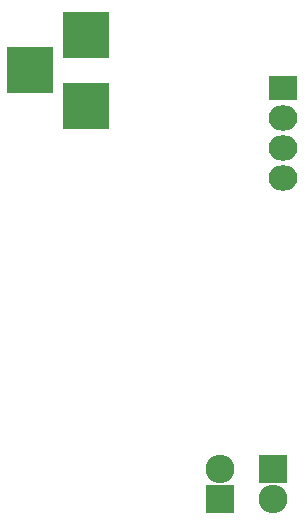
<source format=gbs>
G04 #@! TF.FileFunction,Soldermask,Bot*
%FSLAX46Y46*%
G04 Gerber Fmt 4.6, Leading zero omitted, Abs format (unit mm)*
G04 Created by KiCad (PCBNEW (2015-05-05 BZR 5645)-product) date Thursday, September 03, 2015 'pmt' 04:49:33 pm*
%MOMM*%
G01*
G04 APERTURE LIST*
%ADD10C,0.100000*%
%ADD11R,3.900120X3.900120*%
%ADD12R,2.432000X2.127200*%
%ADD13O,2.432000X2.127200*%
%ADD14R,2.432000X2.432000*%
%ADD15O,2.432000X2.432000*%
G04 APERTURE END LIST*
D10*
D11*
X144200000Y-73800140D03*
X144200000Y-67800660D03*
X139501000Y-70800400D03*
D12*
X160900000Y-72300000D03*
D13*
X160900000Y-74840000D03*
X160900000Y-77380000D03*
X160900000Y-79920000D03*
D14*
X160050000Y-104550000D03*
D15*
X160050000Y-107090000D03*
D14*
X155550000Y-107100000D03*
D15*
X155550000Y-104560000D03*
M02*

</source>
